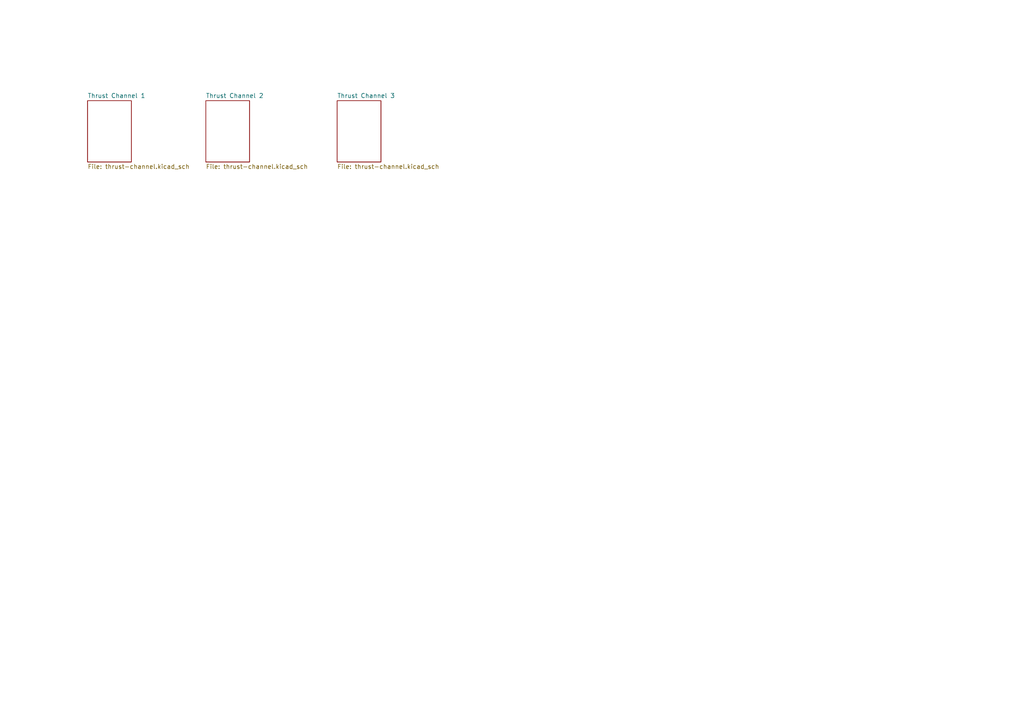
<source format=kicad_sch>
(kicad_sch
	(version 20231120)
	(generator "eeschema")
	(generator_version "8.0")
	(uuid "1f7ccf7c-e143-4b37-a217-0a0ed3646d60")
	(paper "A4")
	(lib_symbols)
	(sheet
		(at 25.4 29.21)
		(size 12.7 17.78)
		(fields_autoplaced yes)
		(stroke
			(width 0.1524)
			(type solid)
		)
		(fill
			(color 0 0 0 0.0000)
		)
		(uuid "49dafe5d-519c-49b1-88d9-ec8cb6df7648")
		(property "Sheetname" "Thrust Channel 1"
			(at 25.4 28.4984 0)
			(effects
				(font
					(size 1.27 1.27)
				)
				(justify left bottom)
			)
		)
		(property "Sheetfile" "thrust-channel.kicad_sch"
			(at 25.4 47.5746 0)
			(effects
				(font
					(size 1.27 1.27)
				)
				(justify left top)
			)
		)
		(instances
			(project "femta-control"
				(path "/838bf11c-36b7-41d7-9462-fe98a188d617/3bf849ef-bca6-4864-a347-fbff558d0891"
					(page "24")
				)
			)
		)
	)
	(sheet
		(at 97.79 29.21)
		(size 12.7 17.78)
		(fields_autoplaced yes)
		(stroke
			(width 0.1524)
			(type solid)
		)
		(fill
			(color 0 0 0 0.0000)
		)
		(uuid "8de52c6a-44a2-4c3d-988b-6d07c6a566b2")
		(property "Sheetname" "Thrust Channel 3"
			(at 97.79 28.4984 0)
			(effects
				(font
					(size 1.27 1.27)
				)
				(justify left bottom)
			)
		)
		(property "Sheetfile" "thrust-channel.kicad_sch"
			(at 97.79 47.5746 0)
			(effects
				(font
					(size 1.27 1.27)
				)
				(justify left top)
			)
		)
		(instances
			(project "femta-control"
				(path "/838bf11c-36b7-41d7-9462-fe98a188d617/3bf849ef-bca6-4864-a347-fbff558d0891"
					(page "26")
				)
			)
		)
	)
	(sheet
		(at 59.69 29.21)
		(size 12.7 17.78)
		(fields_autoplaced yes)
		(stroke
			(width 0.1524)
			(type solid)
		)
		(fill
			(color 0 0 0 0.0000)
		)
		(uuid "a6f30b1f-5689-4abf-92ce-ea5546b50948")
		(property "Sheetname" "Thrust Channel 2"
			(at 59.69 28.4984 0)
			(effects
				(font
					(size 1.27 1.27)
				)
				(justify left bottom)
			)
		)
		(property "Sheetfile" "thrust-channel.kicad_sch"
			(at 59.69 47.5746 0)
			(effects
				(font
					(size 1.27 1.27)
				)
				(justify left top)
			)
		)
		(instances
			(project "femta-control"
				(path "/838bf11c-36b7-41d7-9462-fe98a188d617/3bf849ef-bca6-4864-a347-fbff558d0891"
					(page "25")
				)
			)
		)
	)
)
</source>
